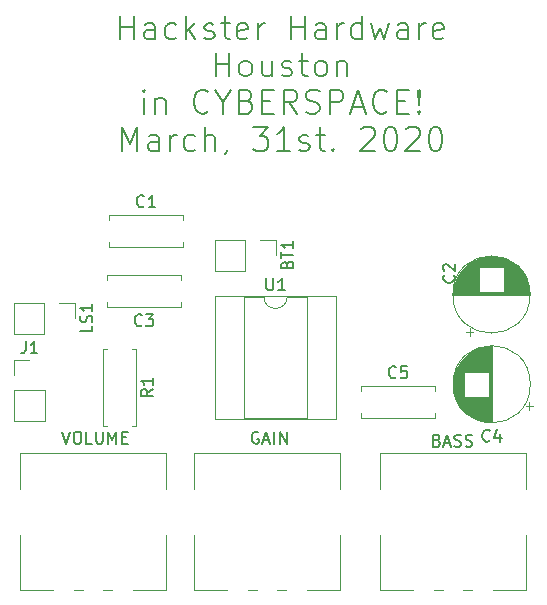
<source format=gbr>
G04 #@! TF.GenerationSoftware,KiCad,Pcbnew,5.1.5-52549c5~84~ubuntu18.04.1*
G04 #@! TF.CreationDate,2020-03-24T23:28:12-05:00*
G04 #@! TF.ProjectId,pass-01,70617373-2d30-4312-9e6b-696361645f70,rev?*
G04 #@! TF.SameCoordinates,Original*
G04 #@! TF.FileFunction,Legend,Top*
G04 #@! TF.FilePolarity,Positive*
%FSLAX46Y46*%
G04 Gerber Fmt 4.6, Leading zero omitted, Abs format (unit mm)*
G04 Created by KiCad (PCBNEW 5.1.5-52549c5~84~ubuntu18.04.1) date 2020-03-24 23:28:12*
%MOMM*%
%LPD*%
G04 APERTURE LIST*
%ADD10C,0.150000*%
%ADD11C,0.120000*%
G04 APERTURE END LIST*
D10*
X142797333Y-67299761D02*
X142797333Y-65299761D01*
X142797333Y-66252142D02*
X143940190Y-66252142D01*
X143940190Y-67299761D02*
X143940190Y-65299761D01*
X145749714Y-67299761D02*
X145749714Y-66252142D01*
X145654476Y-66061666D01*
X145464000Y-65966428D01*
X145083047Y-65966428D01*
X144892571Y-66061666D01*
X145749714Y-67204523D02*
X145559238Y-67299761D01*
X145083047Y-67299761D01*
X144892571Y-67204523D01*
X144797333Y-67014047D01*
X144797333Y-66823571D01*
X144892571Y-66633095D01*
X145083047Y-66537857D01*
X145559238Y-66537857D01*
X145749714Y-66442619D01*
X147559238Y-67204523D02*
X147368761Y-67299761D01*
X146987809Y-67299761D01*
X146797333Y-67204523D01*
X146702095Y-67109285D01*
X146606857Y-66918809D01*
X146606857Y-66347380D01*
X146702095Y-66156904D01*
X146797333Y-66061666D01*
X146987809Y-65966428D01*
X147368761Y-65966428D01*
X147559238Y-66061666D01*
X148416380Y-67299761D02*
X148416380Y-65299761D01*
X148606857Y-66537857D02*
X149178285Y-67299761D01*
X149178285Y-65966428D02*
X148416380Y-66728333D01*
X149940190Y-67204523D02*
X150130666Y-67299761D01*
X150511619Y-67299761D01*
X150702095Y-67204523D01*
X150797333Y-67014047D01*
X150797333Y-66918809D01*
X150702095Y-66728333D01*
X150511619Y-66633095D01*
X150225904Y-66633095D01*
X150035428Y-66537857D01*
X149940190Y-66347380D01*
X149940190Y-66252142D01*
X150035428Y-66061666D01*
X150225904Y-65966428D01*
X150511619Y-65966428D01*
X150702095Y-66061666D01*
X151368761Y-65966428D02*
X152130666Y-65966428D01*
X151654476Y-65299761D02*
X151654476Y-67014047D01*
X151749714Y-67204523D01*
X151940190Y-67299761D01*
X152130666Y-67299761D01*
X153559238Y-67204523D02*
X153368761Y-67299761D01*
X152987809Y-67299761D01*
X152797333Y-67204523D01*
X152702095Y-67014047D01*
X152702095Y-66252142D01*
X152797333Y-66061666D01*
X152987809Y-65966428D01*
X153368761Y-65966428D01*
X153559238Y-66061666D01*
X153654476Y-66252142D01*
X153654476Y-66442619D01*
X152702095Y-66633095D01*
X154511619Y-67299761D02*
X154511619Y-65966428D01*
X154511619Y-66347380D02*
X154606857Y-66156904D01*
X154702095Y-66061666D01*
X154892571Y-65966428D01*
X155083047Y-65966428D01*
X157273523Y-67299761D02*
X157273523Y-65299761D01*
X157273523Y-66252142D02*
X158416380Y-66252142D01*
X158416380Y-67299761D02*
X158416380Y-65299761D01*
X160225904Y-67299761D02*
X160225904Y-66252142D01*
X160130666Y-66061666D01*
X159940190Y-65966428D01*
X159559238Y-65966428D01*
X159368761Y-66061666D01*
X160225904Y-67204523D02*
X160035428Y-67299761D01*
X159559238Y-67299761D01*
X159368761Y-67204523D01*
X159273523Y-67014047D01*
X159273523Y-66823571D01*
X159368761Y-66633095D01*
X159559238Y-66537857D01*
X160035428Y-66537857D01*
X160225904Y-66442619D01*
X161178285Y-67299761D02*
X161178285Y-65966428D01*
X161178285Y-66347380D02*
X161273523Y-66156904D01*
X161368761Y-66061666D01*
X161559238Y-65966428D01*
X161749714Y-65966428D01*
X163273523Y-67299761D02*
X163273523Y-65299761D01*
X163273523Y-67204523D02*
X163083047Y-67299761D01*
X162702095Y-67299761D01*
X162511619Y-67204523D01*
X162416380Y-67109285D01*
X162321142Y-66918809D01*
X162321142Y-66347380D01*
X162416380Y-66156904D01*
X162511619Y-66061666D01*
X162702095Y-65966428D01*
X163083047Y-65966428D01*
X163273523Y-66061666D01*
X164035428Y-65966428D02*
X164416380Y-67299761D01*
X164797333Y-66347380D01*
X165178285Y-67299761D01*
X165559238Y-65966428D01*
X167178285Y-67299761D02*
X167178285Y-66252142D01*
X167083047Y-66061666D01*
X166892571Y-65966428D01*
X166511619Y-65966428D01*
X166321142Y-66061666D01*
X167178285Y-67204523D02*
X166987809Y-67299761D01*
X166511619Y-67299761D01*
X166321142Y-67204523D01*
X166225904Y-67014047D01*
X166225904Y-66823571D01*
X166321142Y-66633095D01*
X166511619Y-66537857D01*
X166987809Y-66537857D01*
X167178285Y-66442619D01*
X168130666Y-67299761D02*
X168130666Y-65966428D01*
X168130666Y-66347380D02*
X168225904Y-66156904D01*
X168321142Y-66061666D01*
X168511619Y-65966428D01*
X168702095Y-65966428D01*
X170130666Y-67204523D02*
X169940190Y-67299761D01*
X169559238Y-67299761D01*
X169368761Y-67204523D01*
X169273523Y-67014047D01*
X169273523Y-66252142D01*
X169368761Y-66061666D01*
X169559238Y-65966428D01*
X169940190Y-65966428D01*
X170130666Y-66061666D01*
X170225904Y-66252142D01*
X170225904Y-66442619D01*
X169273523Y-66633095D01*
X150892571Y-70449761D02*
X150892571Y-68449761D01*
X150892571Y-69402142D02*
X152035428Y-69402142D01*
X152035428Y-70449761D02*
X152035428Y-68449761D01*
X153273523Y-70449761D02*
X153083047Y-70354523D01*
X152987809Y-70259285D01*
X152892571Y-70068809D01*
X152892571Y-69497380D01*
X152987809Y-69306904D01*
X153083047Y-69211666D01*
X153273523Y-69116428D01*
X153559238Y-69116428D01*
X153749714Y-69211666D01*
X153844952Y-69306904D01*
X153940190Y-69497380D01*
X153940190Y-70068809D01*
X153844952Y-70259285D01*
X153749714Y-70354523D01*
X153559238Y-70449761D01*
X153273523Y-70449761D01*
X155654476Y-69116428D02*
X155654476Y-70449761D01*
X154797333Y-69116428D02*
X154797333Y-70164047D01*
X154892571Y-70354523D01*
X155083047Y-70449761D01*
X155368761Y-70449761D01*
X155559238Y-70354523D01*
X155654476Y-70259285D01*
X156511619Y-70354523D02*
X156702095Y-70449761D01*
X157083047Y-70449761D01*
X157273523Y-70354523D01*
X157368761Y-70164047D01*
X157368761Y-70068809D01*
X157273523Y-69878333D01*
X157083047Y-69783095D01*
X156797333Y-69783095D01*
X156606857Y-69687857D01*
X156511619Y-69497380D01*
X156511619Y-69402142D01*
X156606857Y-69211666D01*
X156797333Y-69116428D01*
X157083047Y-69116428D01*
X157273523Y-69211666D01*
X157940190Y-69116428D02*
X158702095Y-69116428D01*
X158225904Y-68449761D02*
X158225904Y-70164047D01*
X158321142Y-70354523D01*
X158511619Y-70449761D01*
X158702095Y-70449761D01*
X159654476Y-70449761D02*
X159464000Y-70354523D01*
X159368761Y-70259285D01*
X159273523Y-70068809D01*
X159273523Y-69497380D01*
X159368761Y-69306904D01*
X159464000Y-69211666D01*
X159654476Y-69116428D01*
X159940190Y-69116428D01*
X160130666Y-69211666D01*
X160225904Y-69306904D01*
X160321142Y-69497380D01*
X160321142Y-70068809D01*
X160225904Y-70259285D01*
X160130666Y-70354523D01*
X159940190Y-70449761D01*
X159654476Y-70449761D01*
X161178285Y-69116428D02*
X161178285Y-70449761D01*
X161178285Y-69306904D02*
X161273523Y-69211666D01*
X161464000Y-69116428D01*
X161749714Y-69116428D01*
X161940190Y-69211666D01*
X162035428Y-69402142D01*
X162035428Y-70449761D01*
X144844952Y-73599761D02*
X144844952Y-72266428D01*
X144844952Y-71599761D02*
X144749714Y-71695000D01*
X144844952Y-71790238D01*
X144940190Y-71695000D01*
X144844952Y-71599761D01*
X144844952Y-71790238D01*
X145797333Y-72266428D02*
X145797333Y-73599761D01*
X145797333Y-72456904D02*
X145892571Y-72361666D01*
X146083047Y-72266428D01*
X146368761Y-72266428D01*
X146559238Y-72361666D01*
X146654476Y-72552142D01*
X146654476Y-73599761D01*
X150273523Y-73409285D02*
X150178285Y-73504523D01*
X149892571Y-73599761D01*
X149702095Y-73599761D01*
X149416380Y-73504523D01*
X149225904Y-73314047D01*
X149130666Y-73123571D01*
X149035428Y-72742619D01*
X149035428Y-72456904D01*
X149130666Y-72075952D01*
X149225904Y-71885476D01*
X149416380Y-71695000D01*
X149702095Y-71599761D01*
X149892571Y-71599761D01*
X150178285Y-71695000D01*
X150273523Y-71790238D01*
X151511619Y-72647380D02*
X151511619Y-73599761D01*
X150844952Y-71599761D02*
X151511619Y-72647380D01*
X152178285Y-71599761D01*
X153511619Y-72552142D02*
X153797333Y-72647380D01*
X153892571Y-72742619D01*
X153987809Y-72933095D01*
X153987809Y-73218809D01*
X153892571Y-73409285D01*
X153797333Y-73504523D01*
X153606857Y-73599761D01*
X152844952Y-73599761D01*
X152844952Y-71599761D01*
X153511619Y-71599761D01*
X153702095Y-71695000D01*
X153797333Y-71790238D01*
X153892571Y-71980714D01*
X153892571Y-72171190D01*
X153797333Y-72361666D01*
X153702095Y-72456904D01*
X153511619Y-72552142D01*
X152844952Y-72552142D01*
X154844952Y-72552142D02*
X155511619Y-72552142D01*
X155797333Y-73599761D02*
X154844952Y-73599761D01*
X154844952Y-71599761D01*
X155797333Y-71599761D01*
X157797333Y-73599761D02*
X157130666Y-72647380D01*
X156654476Y-73599761D02*
X156654476Y-71599761D01*
X157416380Y-71599761D01*
X157606857Y-71695000D01*
X157702095Y-71790238D01*
X157797333Y-71980714D01*
X157797333Y-72266428D01*
X157702095Y-72456904D01*
X157606857Y-72552142D01*
X157416380Y-72647380D01*
X156654476Y-72647380D01*
X158559238Y-73504523D02*
X158844952Y-73599761D01*
X159321142Y-73599761D01*
X159511619Y-73504523D01*
X159606857Y-73409285D01*
X159702095Y-73218809D01*
X159702095Y-73028333D01*
X159606857Y-72837857D01*
X159511619Y-72742619D01*
X159321142Y-72647380D01*
X158940190Y-72552142D01*
X158749714Y-72456904D01*
X158654476Y-72361666D01*
X158559238Y-72171190D01*
X158559238Y-71980714D01*
X158654476Y-71790238D01*
X158749714Y-71695000D01*
X158940190Y-71599761D01*
X159416380Y-71599761D01*
X159702095Y-71695000D01*
X160559238Y-73599761D02*
X160559238Y-71599761D01*
X161321142Y-71599761D01*
X161511619Y-71695000D01*
X161606857Y-71790238D01*
X161702095Y-71980714D01*
X161702095Y-72266428D01*
X161606857Y-72456904D01*
X161511619Y-72552142D01*
X161321142Y-72647380D01*
X160559238Y-72647380D01*
X162464000Y-73028333D02*
X163416380Y-73028333D01*
X162273523Y-73599761D02*
X162940190Y-71599761D01*
X163606857Y-73599761D01*
X165416380Y-73409285D02*
X165321142Y-73504523D01*
X165035428Y-73599761D01*
X164844952Y-73599761D01*
X164559238Y-73504523D01*
X164368761Y-73314047D01*
X164273523Y-73123571D01*
X164178285Y-72742619D01*
X164178285Y-72456904D01*
X164273523Y-72075952D01*
X164368761Y-71885476D01*
X164559238Y-71695000D01*
X164844952Y-71599761D01*
X165035428Y-71599761D01*
X165321142Y-71695000D01*
X165416380Y-71790238D01*
X166273523Y-72552142D02*
X166940190Y-72552142D01*
X167225904Y-73599761D02*
X166273523Y-73599761D01*
X166273523Y-71599761D01*
X167225904Y-71599761D01*
X168083047Y-73409285D02*
X168178285Y-73504523D01*
X168083047Y-73599761D01*
X167987809Y-73504523D01*
X168083047Y-73409285D01*
X168083047Y-73599761D01*
X168083047Y-72837857D02*
X167987809Y-71695000D01*
X168083047Y-71599761D01*
X168178285Y-71695000D01*
X168083047Y-72837857D01*
X168083047Y-71599761D01*
X142940190Y-76749761D02*
X142940190Y-74749761D01*
X143606857Y-76178333D01*
X144273523Y-74749761D01*
X144273523Y-76749761D01*
X146083047Y-76749761D02*
X146083047Y-75702142D01*
X145987809Y-75511666D01*
X145797333Y-75416428D01*
X145416380Y-75416428D01*
X145225904Y-75511666D01*
X146083047Y-76654523D02*
X145892571Y-76749761D01*
X145416380Y-76749761D01*
X145225904Y-76654523D01*
X145130666Y-76464047D01*
X145130666Y-76273571D01*
X145225904Y-76083095D01*
X145416380Y-75987857D01*
X145892571Y-75987857D01*
X146083047Y-75892619D01*
X147035428Y-76749761D02*
X147035428Y-75416428D01*
X147035428Y-75797380D02*
X147130666Y-75606904D01*
X147225904Y-75511666D01*
X147416380Y-75416428D01*
X147606857Y-75416428D01*
X149130666Y-76654523D02*
X148940190Y-76749761D01*
X148559238Y-76749761D01*
X148368761Y-76654523D01*
X148273523Y-76559285D01*
X148178285Y-76368809D01*
X148178285Y-75797380D01*
X148273523Y-75606904D01*
X148368761Y-75511666D01*
X148559238Y-75416428D01*
X148940190Y-75416428D01*
X149130666Y-75511666D01*
X149987809Y-76749761D02*
X149987809Y-74749761D01*
X150844952Y-76749761D02*
X150844952Y-75702142D01*
X150749714Y-75511666D01*
X150559238Y-75416428D01*
X150273523Y-75416428D01*
X150083047Y-75511666D01*
X149987809Y-75606904D01*
X151892571Y-76654523D02*
X151892571Y-76749761D01*
X151797333Y-76940238D01*
X151702095Y-77035476D01*
X154083047Y-74749761D02*
X155321142Y-74749761D01*
X154654476Y-75511666D01*
X154940190Y-75511666D01*
X155130666Y-75606904D01*
X155225904Y-75702142D01*
X155321142Y-75892619D01*
X155321142Y-76368809D01*
X155225904Y-76559285D01*
X155130666Y-76654523D01*
X154940190Y-76749761D01*
X154368761Y-76749761D01*
X154178285Y-76654523D01*
X154083047Y-76559285D01*
X157225904Y-76749761D02*
X156083047Y-76749761D01*
X156654476Y-76749761D02*
X156654476Y-74749761D01*
X156464000Y-75035476D01*
X156273523Y-75225952D01*
X156083047Y-75321190D01*
X157987809Y-76654523D02*
X158178285Y-76749761D01*
X158559238Y-76749761D01*
X158749714Y-76654523D01*
X158844952Y-76464047D01*
X158844952Y-76368809D01*
X158749714Y-76178333D01*
X158559238Y-76083095D01*
X158273523Y-76083095D01*
X158083047Y-75987857D01*
X157987809Y-75797380D01*
X157987809Y-75702142D01*
X158083047Y-75511666D01*
X158273523Y-75416428D01*
X158559238Y-75416428D01*
X158749714Y-75511666D01*
X159416380Y-75416428D02*
X160178285Y-75416428D01*
X159702095Y-74749761D02*
X159702095Y-76464047D01*
X159797333Y-76654523D01*
X159987809Y-76749761D01*
X160178285Y-76749761D01*
X160844952Y-76559285D02*
X160940190Y-76654523D01*
X160844952Y-76749761D01*
X160749714Y-76654523D01*
X160844952Y-76559285D01*
X160844952Y-76749761D01*
X163225904Y-74940238D02*
X163321142Y-74845000D01*
X163511619Y-74749761D01*
X163987809Y-74749761D01*
X164178285Y-74845000D01*
X164273523Y-74940238D01*
X164368761Y-75130714D01*
X164368761Y-75321190D01*
X164273523Y-75606904D01*
X163130666Y-76749761D01*
X164368761Y-76749761D01*
X165606857Y-74749761D02*
X165797333Y-74749761D01*
X165987809Y-74845000D01*
X166083047Y-74940238D01*
X166178285Y-75130714D01*
X166273523Y-75511666D01*
X166273523Y-75987857D01*
X166178285Y-76368809D01*
X166083047Y-76559285D01*
X165987809Y-76654523D01*
X165797333Y-76749761D01*
X165606857Y-76749761D01*
X165416380Y-76654523D01*
X165321142Y-76559285D01*
X165225904Y-76368809D01*
X165130666Y-75987857D01*
X165130666Y-75511666D01*
X165225904Y-75130714D01*
X165321142Y-74940238D01*
X165416380Y-74845000D01*
X165606857Y-74749761D01*
X167035428Y-74940238D02*
X167130666Y-74845000D01*
X167321142Y-74749761D01*
X167797333Y-74749761D01*
X167987809Y-74845000D01*
X168083047Y-74940238D01*
X168178285Y-75130714D01*
X168178285Y-75321190D01*
X168083047Y-75606904D01*
X166940190Y-76749761D01*
X168178285Y-76749761D01*
X169416380Y-74749761D02*
X169606857Y-74749761D01*
X169797333Y-74845000D01*
X169892571Y-74940238D01*
X169987809Y-75130714D01*
X170083047Y-75511666D01*
X170083047Y-75987857D01*
X169987809Y-76368809D01*
X169892571Y-76559285D01*
X169797333Y-76654523D01*
X169606857Y-76749761D01*
X169416380Y-76749761D01*
X169225904Y-76654523D01*
X169130666Y-76559285D01*
X169035428Y-76368809D01*
X168940190Y-75987857D01*
X168940190Y-75511666D01*
X169035428Y-75130714D01*
X169130666Y-74940238D01*
X169225904Y-74845000D01*
X169416380Y-74749761D01*
D11*
X150816000Y-84268000D02*
X150816000Y-86928000D01*
X153416000Y-84268000D02*
X150816000Y-84268000D01*
X153416000Y-86928000D02*
X150816000Y-86928000D01*
X153416000Y-84268000D02*
X153416000Y-86928000D01*
X154686000Y-84268000D02*
X156016000Y-84268000D01*
X156016000Y-84268000D02*
X156016000Y-85598000D01*
X148114000Y-84491000D02*
X148114000Y-84936000D01*
X148114000Y-82196000D02*
X148114000Y-82641000D01*
X141874000Y-84491000D02*
X141874000Y-84936000D01*
X141874000Y-82196000D02*
X141874000Y-82641000D01*
X141874000Y-84936000D02*
X148114000Y-84936000D01*
X141874000Y-82196000D02*
X148114000Y-82196000D01*
X147940000Y-90016000D02*
X141700000Y-90016000D01*
X147940000Y-87276000D02*
X141700000Y-87276000D01*
X147940000Y-90016000D02*
X147940000Y-89571000D01*
X147940000Y-87721000D02*
X147940000Y-87276000D01*
X141700000Y-90016000D02*
X141700000Y-89571000D01*
X141700000Y-87721000D02*
X141700000Y-87276000D01*
X163210000Y-96674000D02*
X169450000Y-96674000D01*
X163210000Y-99414000D02*
X169450000Y-99414000D01*
X163210000Y-96674000D02*
X163210000Y-97119000D01*
X163210000Y-98969000D02*
X163210000Y-99414000D01*
X169450000Y-96674000D02*
X169450000Y-97119000D01*
X169450000Y-98969000D02*
X169450000Y-99414000D01*
X133798000Y-99628000D02*
X136458000Y-99628000D01*
X133798000Y-97028000D02*
X133798000Y-99628000D01*
X136458000Y-97028000D02*
X136458000Y-99628000D01*
X133798000Y-97028000D02*
X136458000Y-97028000D01*
X133798000Y-95758000D02*
X133798000Y-94428000D01*
X133798000Y-94428000D02*
X135128000Y-94428000D01*
X138998000Y-89602000D02*
X138998000Y-90932000D01*
X137668000Y-89602000D02*
X138998000Y-89602000D01*
X136398000Y-89602000D02*
X136398000Y-92262000D01*
X136398000Y-92262000D02*
X133798000Y-92262000D01*
X136398000Y-89602000D02*
X133798000Y-89602000D01*
X133798000Y-89602000D02*
X133798000Y-92262000D01*
X156956000Y-89094000D02*
G75*
G02X154956000Y-89094000I-1000000J0D01*
G01*
X154956000Y-89094000D02*
X153306000Y-89094000D01*
X153306000Y-89094000D02*
X153306000Y-99374000D01*
X153306000Y-99374000D02*
X158606000Y-99374000D01*
X158606000Y-99374000D02*
X158606000Y-89094000D01*
X158606000Y-89094000D02*
X156956000Y-89094000D01*
X150816000Y-89034000D02*
X150816000Y-99434000D01*
X150816000Y-99434000D02*
X161096000Y-99434000D01*
X161096000Y-99434000D02*
X161096000Y-89034000D01*
X161096000Y-89034000D02*
X150816000Y-89034000D01*
X164812000Y-113928000D02*
X164812000Y-109262000D01*
X164812000Y-105353000D02*
X164812000Y-102338000D01*
X177152000Y-113928000D02*
X177152000Y-109262000D01*
X177152000Y-105353000D02*
X177152000Y-102338000D01*
X164812000Y-113928000D02*
X167611000Y-113928000D01*
X169353000Y-113928000D02*
X170112000Y-113928000D01*
X171853000Y-113928000D02*
X172612000Y-113928000D01*
X174352000Y-113928000D02*
X177152000Y-113928000D01*
X164812000Y-102338000D02*
X177152000Y-102338000D01*
X177514000Y-88920000D02*
G75*
G03X177514000Y-88920000I-3270000J0D01*
G01*
X171014000Y-88920000D02*
X177474000Y-88920000D01*
X171014000Y-88880000D02*
X177474000Y-88880000D01*
X171014000Y-88840000D02*
X177474000Y-88840000D01*
X171016000Y-88800000D02*
X177472000Y-88800000D01*
X171017000Y-88760000D02*
X177471000Y-88760000D01*
X171020000Y-88720000D02*
X177468000Y-88720000D01*
X171022000Y-88680000D02*
X173204000Y-88680000D01*
X175284000Y-88680000D02*
X177466000Y-88680000D01*
X171026000Y-88640000D02*
X173204000Y-88640000D01*
X175284000Y-88640000D02*
X177462000Y-88640000D01*
X171029000Y-88600000D02*
X173204000Y-88600000D01*
X175284000Y-88600000D02*
X177459000Y-88600000D01*
X171033000Y-88560000D02*
X173204000Y-88560000D01*
X175284000Y-88560000D02*
X177455000Y-88560000D01*
X171038000Y-88520000D02*
X173204000Y-88520000D01*
X175284000Y-88520000D02*
X177450000Y-88520000D01*
X171043000Y-88480000D02*
X173204000Y-88480000D01*
X175284000Y-88480000D02*
X177445000Y-88480000D01*
X171049000Y-88440000D02*
X173204000Y-88440000D01*
X175284000Y-88440000D02*
X177439000Y-88440000D01*
X171055000Y-88400000D02*
X173204000Y-88400000D01*
X175284000Y-88400000D02*
X177433000Y-88400000D01*
X171062000Y-88360000D02*
X173204000Y-88360000D01*
X175284000Y-88360000D02*
X177426000Y-88360000D01*
X171069000Y-88320000D02*
X173204000Y-88320000D01*
X175284000Y-88320000D02*
X177419000Y-88320000D01*
X171077000Y-88280000D02*
X173204000Y-88280000D01*
X175284000Y-88280000D02*
X177411000Y-88280000D01*
X171085000Y-88240000D02*
X173204000Y-88240000D01*
X175284000Y-88240000D02*
X177403000Y-88240000D01*
X171094000Y-88199000D02*
X173204000Y-88199000D01*
X175284000Y-88199000D02*
X177394000Y-88199000D01*
X171103000Y-88159000D02*
X173204000Y-88159000D01*
X175284000Y-88159000D02*
X177385000Y-88159000D01*
X171113000Y-88119000D02*
X173204000Y-88119000D01*
X175284000Y-88119000D02*
X177375000Y-88119000D01*
X171123000Y-88079000D02*
X173204000Y-88079000D01*
X175284000Y-88079000D02*
X177365000Y-88079000D01*
X171134000Y-88039000D02*
X173204000Y-88039000D01*
X175284000Y-88039000D02*
X177354000Y-88039000D01*
X171146000Y-87999000D02*
X173204000Y-87999000D01*
X175284000Y-87999000D02*
X177342000Y-87999000D01*
X171158000Y-87959000D02*
X173204000Y-87959000D01*
X175284000Y-87959000D02*
X177330000Y-87959000D01*
X171170000Y-87919000D02*
X173204000Y-87919000D01*
X175284000Y-87919000D02*
X177318000Y-87919000D01*
X171183000Y-87879000D02*
X173204000Y-87879000D01*
X175284000Y-87879000D02*
X177305000Y-87879000D01*
X171197000Y-87839000D02*
X173204000Y-87839000D01*
X175284000Y-87839000D02*
X177291000Y-87839000D01*
X171211000Y-87799000D02*
X173204000Y-87799000D01*
X175284000Y-87799000D02*
X177277000Y-87799000D01*
X171226000Y-87759000D02*
X173204000Y-87759000D01*
X175284000Y-87759000D02*
X177262000Y-87759000D01*
X171242000Y-87719000D02*
X173204000Y-87719000D01*
X175284000Y-87719000D02*
X177246000Y-87719000D01*
X171258000Y-87679000D02*
X173204000Y-87679000D01*
X175284000Y-87679000D02*
X177230000Y-87679000D01*
X171274000Y-87639000D02*
X173204000Y-87639000D01*
X175284000Y-87639000D02*
X177214000Y-87639000D01*
X171292000Y-87599000D02*
X173204000Y-87599000D01*
X175284000Y-87599000D02*
X177196000Y-87599000D01*
X171310000Y-87559000D02*
X173204000Y-87559000D01*
X175284000Y-87559000D02*
X177178000Y-87559000D01*
X171328000Y-87519000D02*
X173204000Y-87519000D01*
X175284000Y-87519000D02*
X177160000Y-87519000D01*
X171348000Y-87479000D02*
X173204000Y-87479000D01*
X175284000Y-87479000D02*
X177140000Y-87479000D01*
X171368000Y-87439000D02*
X173204000Y-87439000D01*
X175284000Y-87439000D02*
X177120000Y-87439000D01*
X171388000Y-87399000D02*
X173204000Y-87399000D01*
X175284000Y-87399000D02*
X177100000Y-87399000D01*
X171410000Y-87359000D02*
X173204000Y-87359000D01*
X175284000Y-87359000D02*
X177078000Y-87359000D01*
X171432000Y-87319000D02*
X173204000Y-87319000D01*
X175284000Y-87319000D02*
X177056000Y-87319000D01*
X171454000Y-87279000D02*
X173204000Y-87279000D01*
X175284000Y-87279000D02*
X177034000Y-87279000D01*
X171478000Y-87239000D02*
X173204000Y-87239000D01*
X175284000Y-87239000D02*
X177010000Y-87239000D01*
X171502000Y-87199000D02*
X173204000Y-87199000D01*
X175284000Y-87199000D02*
X176986000Y-87199000D01*
X171528000Y-87159000D02*
X173204000Y-87159000D01*
X175284000Y-87159000D02*
X176960000Y-87159000D01*
X171554000Y-87119000D02*
X173204000Y-87119000D01*
X175284000Y-87119000D02*
X176934000Y-87119000D01*
X171580000Y-87079000D02*
X173204000Y-87079000D01*
X175284000Y-87079000D02*
X176908000Y-87079000D01*
X171608000Y-87039000D02*
X173204000Y-87039000D01*
X175284000Y-87039000D02*
X176880000Y-87039000D01*
X171637000Y-86999000D02*
X173204000Y-86999000D01*
X175284000Y-86999000D02*
X176851000Y-86999000D01*
X171666000Y-86959000D02*
X173204000Y-86959000D01*
X175284000Y-86959000D02*
X176822000Y-86959000D01*
X171696000Y-86919000D02*
X173204000Y-86919000D01*
X175284000Y-86919000D02*
X176792000Y-86919000D01*
X171728000Y-86879000D02*
X173204000Y-86879000D01*
X175284000Y-86879000D02*
X176760000Y-86879000D01*
X171760000Y-86839000D02*
X173204000Y-86839000D01*
X175284000Y-86839000D02*
X176728000Y-86839000D01*
X171794000Y-86799000D02*
X173204000Y-86799000D01*
X175284000Y-86799000D02*
X176694000Y-86799000D01*
X171828000Y-86759000D02*
X173204000Y-86759000D01*
X175284000Y-86759000D02*
X176660000Y-86759000D01*
X171864000Y-86719000D02*
X173204000Y-86719000D01*
X175284000Y-86719000D02*
X176624000Y-86719000D01*
X171901000Y-86679000D02*
X173204000Y-86679000D01*
X175284000Y-86679000D02*
X176587000Y-86679000D01*
X171939000Y-86639000D02*
X173204000Y-86639000D01*
X175284000Y-86639000D02*
X176549000Y-86639000D01*
X171979000Y-86599000D02*
X176509000Y-86599000D01*
X172020000Y-86559000D02*
X176468000Y-86559000D01*
X172062000Y-86519000D02*
X176426000Y-86519000D01*
X172107000Y-86479000D02*
X176381000Y-86479000D01*
X172152000Y-86439000D02*
X176336000Y-86439000D01*
X172200000Y-86399000D02*
X176288000Y-86399000D01*
X172249000Y-86359000D02*
X176239000Y-86359000D01*
X172300000Y-86319000D02*
X176188000Y-86319000D01*
X172354000Y-86279000D02*
X176134000Y-86279000D01*
X172410000Y-86239000D02*
X176078000Y-86239000D01*
X172468000Y-86199000D02*
X176020000Y-86199000D01*
X172530000Y-86159000D02*
X175958000Y-86159000D01*
X172594000Y-86119000D02*
X175894000Y-86119000D01*
X172663000Y-86079000D02*
X175825000Y-86079000D01*
X172735000Y-86039000D02*
X175753000Y-86039000D01*
X172812000Y-85999000D02*
X175676000Y-85999000D01*
X172894000Y-85959000D02*
X175594000Y-85959000D01*
X172982000Y-85919000D02*
X175506000Y-85919000D01*
X173079000Y-85879000D02*
X175409000Y-85879000D01*
X173185000Y-85839000D02*
X175303000Y-85839000D01*
X173304000Y-85799000D02*
X175184000Y-85799000D01*
X173442000Y-85759000D02*
X175046000Y-85759000D01*
X173611000Y-85719000D02*
X174877000Y-85719000D01*
X173842000Y-85679000D02*
X174646000Y-85679000D01*
X172405000Y-92420241D02*
X172405000Y-91790241D01*
X172090000Y-92105241D02*
X172720000Y-92105241D01*
X177449241Y-98674000D02*
X177449241Y-98044000D01*
X177764241Y-98359000D02*
X177134241Y-98359000D01*
X171023000Y-96922000D02*
X171023000Y-96118000D01*
X171063000Y-97153000D02*
X171063000Y-95887000D01*
X171103000Y-97322000D02*
X171103000Y-95718000D01*
X171143000Y-97460000D02*
X171143000Y-95580000D01*
X171183000Y-97579000D02*
X171183000Y-95461000D01*
X171223000Y-97685000D02*
X171223000Y-95355000D01*
X171263000Y-97782000D02*
X171263000Y-95258000D01*
X171303000Y-97870000D02*
X171303000Y-95170000D01*
X171343000Y-97952000D02*
X171343000Y-95088000D01*
X171383000Y-98029000D02*
X171383000Y-95011000D01*
X171423000Y-98101000D02*
X171423000Y-94939000D01*
X171463000Y-98170000D02*
X171463000Y-94870000D01*
X171503000Y-98234000D02*
X171503000Y-94806000D01*
X171543000Y-98296000D02*
X171543000Y-94744000D01*
X171583000Y-98354000D02*
X171583000Y-94686000D01*
X171623000Y-98410000D02*
X171623000Y-94630000D01*
X171663000Y-98464000D02*
X171663000Y-94576000D01*
X171703000Y-98515000D02*
X171703000Y-94525000D01*
X171743000Y-98564000D02*
X171743000Y-94476000D01*
X171783000Y-98612000D02*
X171783000Y-94428000D01*
X171823000Y-98657000D02*
X171823000Y-94383000D01*
X171863000Y-98702000D02*
X171863000Y-94338000D01*
X171903000Y-98744000D02*
X171903000Y-94296000D01*
X171943000Y-98785000D02*
X171943000Y-94255000D01*
X171983000Y-95480000D02*
X171983000Y-94215000D01*
X171983000Y-98825000D02*
X171983000Y-97560000D01*
X172023000Y-95480000D02*
X172023000Y-94177000D01*
X172023000Y-98863000D02*
X172023000Y-97560000D01*
X172063000Y-95480000D02*
X172063000Y-94140000D01*
X172063000Y-98900000D02*
X172063000Y-97560000D01*
X172103000Y-95480000D02*
X172103000Y-94104000D01*
X172103000Y-98936000D02*
X172103000Y-97560000D01*
X172143000Y-95480000D02*
X172143000Y-94070000D01*
X172143000Y-98970000D02*
X172143000Y-97560000D01*
X172183000Y-95480000D02*
X172183000Y-94036000D01*
X172183000Y-99004000D02*
X172183000Y-97560000D01*
X172223000Y-95480000D02*
X172223000Y-94004000D01*
X172223000Y-99036000D02*
X172223000Y-97560000D01*
X172263000Y-95480000D02*
X172263000Y-93972000D01*
X172263000Y-99068000D02*
X172263000Y-97560000D01*
X172303000Y-95480000D02*
X172303000Y-93942000D01*
X172303000Y-99098000D02*
X172303000Y-97560000D01*
X172343000Y-95480000D02*
X172343000Y-93913000D01*
X172343000Y-99127000D02*
X172343000Y-97560000D01*
X172383000Y-95480000D02*
X172383000Y-93884000D01*
X172383000Y-99156000D02*
X172383000Y-97560000D01*
X172423000Y-95480000D02*
X172423000Y-93856000D01*
X172423000Y-99184000D02*
X172423000Y-97560000D01*
X172463000Y-95480000D02*
X172463000Y-93830000D01*
X172463000Y-99210000D02*
X172463000Y-97560000D01*
X172503000Y-95480000D02*
X172503000Y-93804000D01*
X172503000Y-99236000D02*
X172503000Y-97560000D01*
X172543000Y-95480000D02*
X172543000Y-93778000D01*
X172543000Y-99262000D02*
X172543000Y-97560000D01*
X172583000Y-95480000D02*
X172583000Y-93754000D01*
X172583000Y-99286000D02*
X172583000Y-97560000D01*
X172623000Y-95480000D02*
X172623000Y-93730000D01*
X172623000Y-99310000D02*
X172623000Y-97560000D01*
X172663000Y-95480000D02*
X172663000Y-93708000D01*
X172663000Y-99332000D02*
X172663000Y-97560000D01*
X172703000Y-95480000D02*
X172703000Y-93686000D01*
X172703000Y-99354000D02*
X172703000Y-97560000D01*
X172743000Y-95480000D02*
X172743000Y-93664000D01*
X172743000Y-99376000D02*
X172743000Y-97560000D01*
X172783000Y-95480000D02*
X172783000Y-93644000D01*
X172783000Y-99396000D02*
X172783000Y-97560000D01*
X172823000Y-95480000D02*
X172823000Y-93624000D01*
X172823000Y-99416000D02*
X172823000Y-97560000D01*
X172863000Y-95480000D02*
X172863000Y-93604000D01*
X172863000Y-99436000D02*
X172863000Y-97560000D01*
X172903000Y-95480000D02*
X172903000Y-93586000D01*
X172903000Y-99454000D02*
X172903000Y-97560000D01*
X172943000Y-95480000D02*
X172943000Y-93568000D01*
X172943000Y-99472000D02*
X172943000Y-97560000D01*
X172983000Y-95480000D02*
X172983000Y-93550000D01*
X172983000Y-99490000D02*
X172983000Y-97560000D01*
X173023000Y-95480000D02*
X173023000Y-93534000D01*
X173023000Y-99506000D02*
X173023000Y-97560000D01*
X173063000Y-95480000D02*
X173063000Y-93518000D01*
X173063000Y-99522000D02*
X173063000Y-97560000D01*
X173103000Y-95480000D02*
X173103000Y-93502000D01*
X173103000Y-99538000D02*
X173103000Y-97560000D01*
X173143000Y-95480000D02*
X173143000Y-93487000D01*
X173143000Y-99553000D02*
X173143000Y-97560000D01*
X173183000Y-95480000D02*
X173183000Y-93473000D01*
X173183000Y-99567000D02*
X173183000Y-97560000D01*
X173223000Y-95480000D02*
X173223000Y-93459000D01*
X173223000Y-99581000D02*
X173223000Y-97560000D01*
X173263000Y-95480000D02*
X173263000Y-93446000D01*
X173263000Y-99594000D02*
X173263000Y-97560000D01*
X173303000Y-95480000D02*
X173303000Y-93434000D01*
X173303000Y-99606000D02*
X173303000Y-97560000D01*
X173343000Y-95480000D02*
X173343000Y-93422000D01*
X173343000Y-99618000D02*
X173343000Y-97560000D01*
X173383000Y-95480000D02*
X173383000Y-93410000D01*
X173383000Y-99630000D02*
X173383000Y-97560000D01*
X173423000Y-95480000D02*
X173423000Y-93399000D01*
X173423000Y-99641000D02*
X173423000Y-97560000D01*
X173463000Y-95480000D02*
X173463000Y-93389000D01*
X173463000Y-99651000D02*
X173463000Y-97560000D01*
X173503000Y-95480000D02*
X173503000Y-93379000D01*
X173503000Y-99661000D02*
X173503000Y-97560000D01*
X173543000Y-95480000D02*
X173543000Y-93370000D01*
X173543000Y-99670000D02*
X173543000Y-97560000D01*
X173584000Y-95480000D02*
X173584000Y-93361000D01*
X173584000Y-99679000D02*
X173584000Y-97560000D01*
X173624000Y-95480000D02*
X173624000Y-93353000D01*
X173624000Y-99687000D02*
X173624000Y-97560000D01*
X173664000Y-95480000D02*
X173664000Y-93345000D01*
X173664000Y-99695000D02*
X173664000Y-97560000D01*
X173704000Y-95480000D02*
X173704000Y-93338000D01*
X173704000Y-99702000D02*
X173704000Y-97560000D01*
X173744000Y-95480000D02*
X173744000Y-93331000D01*
X173744000Y-99709000D02*
X173744000Y-97560000D01*
X173784000Y-95480000D02*
X173784000Y-93325000D01*
X173784000Y-99715000D02*
X173784000Y-97560000D01*
X173824000Y-95480000D02*
X173824000Y-93319000D01*
X173824000Y-99721000D02*
X173824000Y-97560000D01*
X173864000Y-95480000D02*
X173864000Y-93314000D01*
X173864000Y-99726000D02*
X173864000Y-97560000D01*
X173904000Y-95480000D02*
X173904000Y-93309000D01*
X173904000Y-99731000D02*
X173904000Y-97560000D01*
X173944000Y-95480000D02*
X173944000Y-93305000D01*
X173944000Y-99735000D02*
X173944000Y-97560000D01*
X173984000Y-95480000D02*
X173984000Y-93302000D01*
X173984000Y-99738000D02*
X173984000Y-97560000D01*
X174024000Y-95480000D02*
X174024000Y-93298000D01*
X174024000Y-99742000D02*
X174024000Y-97560000D01*
X174064000Y-99744000D02*
X174064000Y-93296000D01*
X174104000Y-99747000D02*
X174104000Y-93293000D01*
X174144000Y-99748000D02*
X174144000Y-93292000D01*
X174184000Y-99750000D02*
X174184000Y-93290000D01*
X174224000Y-99750000D02*
X174224000Y-93290000D01*
X174264000Y-99750000D02*
X174264000Y-93290000D01*
X177534000Y-96520000D02*
G75*
G03X177534000Y-96520000I-3270000J0D01*
G01*
X149064000Y-113928000D02*
X149064000Y-109262000D01*
X149064000Y-105353000D02*
X149064000Y-102338000D01*
X161404000Y-113928000D02*
X161404000Y-109262000D01*
X161404000Y-105353000D02*
X161404000Y-102338000D01*
X149064000Y-113928000D02*
X151863000Y-113928000D01*
X153605000Y-113928000D02*
X154364000Y-113928000D01*
X156105000Y-113928000D02*
X156864000Y-113928000D01*
X158604000Y-113928000D02*
X161404000Y-113928000D01*
X149064000Y-102338000D02*
X161404000Y-102338000D01*
X134332000Y-102338000D02*
X146672000Y-102338000D01*
X143872000Y-113928000D02*
X146672000Y-113928000D01*
X141373000Y-113928000D02*
X142132000Y-113928000D01*
X138873000Y-113928000D02*
X139632000Y-113928000D01*
X134332000Y-113928000D02*
X137131000Y-113928000D01*
X146672000Y-105353000D02*
X146672000Y-102338000D01*
X146672000Y-113928000D02*
X146672000Y-109262000D01*
X134332000Y-105353000D02*
X134332000Y-102338000D01*
X134332000Y-113928000D02*
X134332000Y-109262000D01*
X143788000Y-93504000D02*
X144118000Y-93504000D01*
X144118000Y-93504000D02*
X144118000Y-100044000D01*
X144118000Y-100044000D02*
X143788000Y-100044000D01*
X141708000Y-93504000D02*
X141378000Y-93504000D01*
X141378000Y-93504000D02*
X141378000Y-100044000D01*
X141378000Y-100044000D02*
X141708000Y-100044000D01*
D10*
X156944571Y-86383714D02*
X156992190Y-86240857D01*
X157039809Y-86193238D01*
X157135047Y-86145619D01*
X157277904Y-86145619D01*
X157373142Y-86193238D01*
X157420761Y-86240857D01*
X157468380Y-86336095D01*
X157468380Y-86717047D01*
X156468380Y-86717047D01*
X156468380Y-86383714D01*
X156516000Y-86288476D01*
X156563619Y-86240857D01*
X156658857Y-86193238D01*
X156754095Y-86193238D01*
X156849333Y-86240857D01*
X156896952Y-86288476D01*
X156944571Y-86383714D01*
X156944571Y-86717047D01*
X156468380Y-85859904D02*
X156468380Y-85288476D01*
X157468380Y-85574190D02*
X156468380Y-85574190D01*
X157468380Y-84431333D02*
X157468380Y-85002761D01*
X157468380Y-84717047D02*
X156468380Y-84717047D01*
X156611238Y-84812285D01*
X156706476Y-84907523D01*
X156754095Y-85002761D01*
X144827333Y-81423142D02*
X144779714Y-81470761D01*
X144636857Y-81518380D01*
X144541619Y-81518380D01*
X144398761Y-81470761D01*
X144303523Y-81375523D01*
X144255904Y-81280285D01*
X144208285Y-81089809D01*
X144208285Y-80946952D01*
X144255904Y-80756476D01*
X144303523Y-80661238D01*
X144398761Y-80566000D01*
X144541619Y-80518380D01*
X144636857Y-80518380D01*
X144779714Y-80566000D01*
X144827333Y-80613619D01*
X145779714Y-81518380D02*
X145208285Y-81518380D01*
X145494000Y-81518380D02*
X145494000Y-80518380D01*
X145398761Y-80661238D01*
X145303523Y-80756476D01*
X145208285Y-80804095D01*
X144653333Y-91503142D02*
X144605714Y-91550761D01*
X144462857Y-91598380D01*
X144367619Y-91598380D01*
X144224761Y-91550761D01*
X144129523Y-91455523D01*
X144081904Y-91360285D01*
X144034285Y-91169809D01*
X144034285Y-91026952D01*
X144081904Y-90836476D01*
X144129523Y-90741238D01*
X144224761Y-90646000D01*
X144367619Y-90598380D01*
X144462857Y-90598380D01*
X144605714Y-90646000D01*
X144653333Y-90693619D01*
X144986666Y-90598380D02*
X145605714Y-90598380D01*
X145272380Y-90979333D01*
X145415238Y-90979333D01*
X145510476Y-91026952D01*
X145558095Y-91074571D01*
X145605714Y-91169809D01*
X145605714Y-91407904D01*
X145558095Y-91503142D01*
X145510476Y-91550761D01*
X145415238Y-91598380D01*
X145129523Y-91598380D01*
X145034285Y-91550761D01*
X144986666Y-91503142D01*
X166163333Y-95901142D02*
X166115714Y-95948761D01*
X165972857Y-95996380D01*
X165877619Y-95996380D01*
X165734761Y-95948761D01*
X165639523Y-95853523D01*
X165591904Y-95758285D01*
X165544285Y-95567809D01*
X165544285Y-95424952D01*
X165591904Y-95234476D01*
X165639523Y-95139238D01*
X165734761Y-95044000D01*
X165877619Y-94996380D01*
X165972857Y-94996380D01*
X166115714Y-95044000D01*
X166163333Y-95091619D01*
X167068095Y-94996380D02*
X166591904Y-94996380D01*
X166544285Y-95472571D01*
X166591904Y-95424952D01*
X166687142Y-95377333D01*
X166925238Y-95377333D01*
X167020476Y-95424952D01*
X167068095Y-95472571D01*
X167115714Y-95567809D01*
X167115714Y-95805904D01*
X167068095Y-95901142D01*
X167020476Y-95948761D01*
X166925238Y-95996380D01*
X166687142Y-95996380D01*
X166591904Y-95948761D01*
X166544285Y-95901142D01*
X134794666Y-92880380D02*
X134794666Y-93594666D01*
X134747047Y-93737523D01*
X134651809Y-93832761D01*
X134508952Y-93880380D01*
X134413714Y-93880380D01*
X135794666Y-93880380D02*
X135223238Y-93880380D01*
X135508952Y-93880380D02*
X135508952Y-92880380D01*
X135413714Y-93023238D01*
X135318476Y-93118476D01*
X135223238Y-93166095D01*
X140450380Y-91574857D02*
X140450380Y-92051047D01*
X139450380Y-92051047D01*
X140402761Y-91289142D02*
X140450380Y-91146285D01*
X140450380Y-90908190D01*
X140402761Y-90812952D01*
X140355142Y-90765333D01*
X140259904Y-90717714D01*
X140164666Y-90717714D01*
X140069428Y-90765333D01*
X140021809Y-90812952D01*
X139974190Y-90908190D01*
X139926571Y-91098666D01*
X139878952Y-91193904D01*
X139831333Y-91241523D01*
X139736095Y-91289142D01*
X139640857Y-91289142D01*
X139545619Y-91241523D01*
X139498000Y-91193904D01*
X139450380Y-91098666D01*
X139450380Y-90860571D01*
X139498000Y-90717714D01*
X140450380Y-89765333D02*
X140450380Y-90336761D01*
X140450380Y-90051047D02*
X139450380Y-90051047D01*
X139593238Y-90146285D01*
X139688476Y-90241523D01*
X139736095Y-90336761D01*
X155194095Y-87546380D02*
X155194095Y-88355904D01*
X155241714Y-88451142D01*
X155289333Y-88498761D01*
X155384571Y-88546380D01*
X155575047Y-88546380D01*
X155670285Y-88498761D01*
X155717904Y-88451142D01*
X155765523Y-88355904D01*
X155765523Y-87546380D01*
X156765523Y-88546380D02*
X156194095Y-88546380D01*
X156479809Y-88546380D02*
X156479809Y-87546380D01*
X156384571Y-87689238D01*
X156289333Y-87784476D01*
X156194095Y-87832095D01*
X169632476Y-101274571D02*
X169775333Y-101322190D01*
X169822952Y-101369809D01*
X169870571Y-101465047D01*
X169870571Y-101607904D01*
X169822952Y-101703142D01*
X169775333Y-101750761D01*
X169680095Y-101798380D01*
X169299142Y-101798380D01*
X169299142Y-100798380D01*
X169632476Y-100798380D01*
X169727714Y-100846000D01*
X169775333Y-100893619D01*
X169822952Y-100988857D01*
X169822952Y-101084095D01*
X169775333Y-101179333D01*
X169727714Y-101226952D01*
X169632476Y-101274571D01*
X169299142Y-101274571D01*
X170251523Y-101512666D02*
X170727714Y-101512666D01*
X170156285Y-101798380D02*
X170489619Y-100798380D01*
X170822952Y-101798380D01*
X171108666Y-101750761D02*
X171251523Y-101798380D01*
X171489619Y-101798380D01*
X171584857Y-101750761D01*
X171632476Y-101703142D01*
X171680095Y-101607904D01*
X171680095Y-101512666D01*
X171632476Y-101417428D01*
X171584857Y-101369809D01*
X171489619Y-101322190D01*
X171299142Y-101274571D01*
X171203904Y-101226952D01*
X171156285Y-101179333D01*
X171108666Y-101084095D01*
X171108666Y-100988857D01*
X171156285Y-100893619D01*
X171203904Y-100846000D01*
X171299142Y-100798380D01*
X171537238Y-100798380D01*
X171680095Y-100846000D01*
X172061047Y-101750761D02*
X172203904Y-101798380D01*
X172442000Y-101798380D01*
X172537238Y-101750761D01*
X172584857Y-101703142D01*
X172632476Y-101607904D01*
X172632476Y-101512666D01*
X172584857Y-101417428D01*
X172537238Y-101369809D01*
X172442000Y-101322190D01*
X172251523Y-101274571D01*
X172156285Y-101226952D01*
X172108666Y-101179333D01*
X172061047Y-101084095D01*
X172061047Y-100988857D01*
X172108666Y-100893619D01*
X172156285Y-100846000D01*
X172251523Y-100798380D01*
X172489619Y-100798380D01*
X172632476Y-100846000D01*
X171045142Y-87288666D02*
X171092761Y-87336285D01*
X171140380Y-87479142D01*
X171140380Y-87574380D01*
X171092761Y-87717238D01*
X170997523Y-87812476D01*
X170902285Y-87860095D01*
X170711809Y-87907714D01*
X170568952Y-87907714D01*
X170378476Y-87860095D01*
X170283238Y-87812476D01*
X170188000Y-87717238D01*
X170140380Y-87574380D01*
X170140380Y-87479142D01*
X170188000Y-87336285D01*
X170235619Y-87288666D01*
X170235619Y-86907714D02*
X170188000Y-86860095D01*
X170140380Y-86764857D01*
X170140380Y-86526761D01*
X170188000Y-86431523D01*
X170235619Y-86383904D01*
X170330857Y-86336285D01*
X170426095Y-86336285D01*
X170568952Y-86383904D01*
X171140380Y-86955333D01*
X171140380Y-86336285D01*
X174097333Y-101277142D02*
X174049714Y-101324761D01*
X173906857Y-101372380D01*
X173811619Y-101372380D01*
X173668761Y-101324761D01*
X173573523Y-101229523D01*
X173525904Y-101134285D01*
X173478285Y-100943809D01*
X173478285Y-100800952D01*
X173525904Y-100610476D01*
X173573523Y-100515238D01*
X173668761Y-100420000D01*
X173811619Y-100372380D01*
X173906857Y-100372380D01*
X174049714Y-100420000D01*
X174097333Y-100467619D01*
X174954476Y-100705714D02*
X174954476Y-101372380D01*
X174716380Y-100324761D02*
X174478285Y-101039047D01*
X175097333Y-101039047D01*
X154519428Y-100592000D02*
X154424190Y-100544380D01*
X154281333Y-100544380D01*
X154138476Y-100592000D01*
X154043238Y-100687238D01*
X153995619Y-100782476D01*
X153948000Y-100972952D01*
X153948000Y-101115809D01*
X153995619Y-101306285D01*
X154043238Y-101401523D01*
X154138476Y-101496761D01*
X154281333Y-101544380D01*
X154376571Y-101544380D01*
X154519428Y-101496761D01*
X154567047Y-101449142D01*
X154567047Y-101115809D01*
X154376571Y-101115809D01*
X154948000Y-101258666D02*
X155424190Y-101258666D01*
X154852761Y-101544380D02*
X155186095Y-100544380D01*
X155519428Y-101544380D01*
X155852761Y-101544380D02*
X155852761Y-100544380D01*
X156328952Y-101544380D02*
X156328952Y-100544380D01*
X156900380Y-101544380D01*
X156900380Y-100544380D01*
X137906476Y-100544380D02*
X138239809Y-101544380D01*
X138573142Y-100544380D01*
X139096952Y-100544380D02*
X139287428Y-100544380D01*
X139382666Y-100592000D01*
X139477904Y-100687238D01*
X139525523Y-100877714D01*
X139525523Y-101211047D01*
X139477904Y-101401523D01*
X139382666Y-101496761D01*
X139287428Y-101544380D01*
X139096952Y-101544380D01*
X139001714Y-101496761D01*
X138906476Y-101401523D01*
X138858857Y-101211047D01*
X138858857Y-100877714D01*
X138906476Y-100687238D01*
X139001714Y-100592000D01*
X139096952Y-100544380D01*
X140430285Y-101544380D02*
X139954095Y-101544380D01*
X139954095Y-100544380D01*
X140763619Y-100544380D02*
X140763619Y-101353904D01*
X140811238Y-101449142D01*
X140858857Y-101496761D01*
X140954095Y-101544380D01*
X141144571Y-101544380D01*
X141239809Y-101496761D01*
X141287428Y-101449142D01*
X141335047Y-101353904D01*
X141335047Y-100544380D01*
X141811238Y-101544380D02*
X141811238Y-100544380D01*
X142144571Y-101258666D01*
X142477904Y-100544380D01*
X142477904Y-101544380D01*
X142954095Y-101020571D02*
X143287428Y-101020571D01*
X143430285Y-101544380D02*
X142954095Y-101544380D01*
X142954095Y-100544380D01*
X143430285Y-100544380D01*
X145570380Y-96940666D02*
X145094190Y-97274000D01*
X145570380Y-97512095D02*
X144570380Y-97512095D01*
X144570380Y-97131142D01*
X144618000Y-97035904D01*
X144665619Y-96988285D01*
X144760857Y-96940666D01*
X144903714Y-96940666D01*
X144998952Y-96988285D01*
X145046571Y-97035904D01*
X145094190Y-97131142D01*
X145094190Y-97512095D01*
X145570380Y-95988285D02*
X145570380Y-96559714D01*
X145570380Y-96274000D02*
X144570380Y-96274000D01*
X144713238Y-96369238D01*
X144808476Y-96464476D01*
X144856095Y-96559714D01*
M02*

</source>
